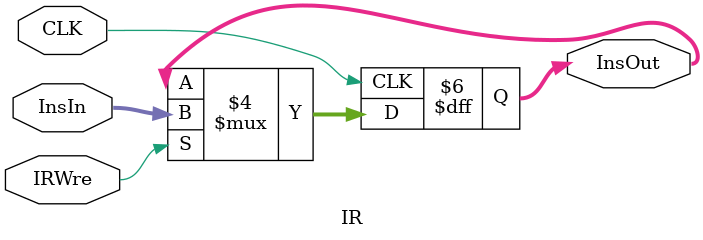
<source format=v>
`timescale 1ns / 1ps


module IR(
    input CLK,
    input IRWre,
    input [31:0] InsIn,
    output reg [31:0] InsOut
    );
    
    always@(posedge CLK) begin
        if (IRWre == 1) InsOut = InsIn;
    end
endmodule

</source>
